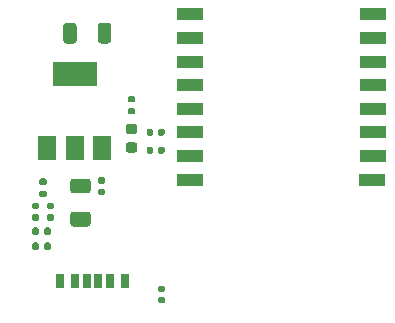
<source format=gbr>
%TF.GenerationSoftware,KiCad,Pcbnew,5.1.10*%
%TF.CreationDate,2021-05-31T03:58:19-05:00*%
%TF.ProjectId,airsensor,61697273-656e-4736-9f72-2e6b69636164,rev?*%
%TF.SameCoordinates,Original*%
%TF.FileFunction,Paste,Top*%
%TF.FilePolarity,Positive*%
%FSLAX46Y46*%
G04 Gerber Fmt 4.6, Leading zero omitted, Abs format (unit mm)*
G04 Created by KiCad (PCBNEW 5.1.10) date 2021-05-31 03:58:19*
%MOMM*%
%LPD*%
G01*
G04 APERTURE LIST*
%ADD10R,0.800000X1.200000*%
%ADD11R,0.760000X1.200000*%
%ADD12R,0.700000X1.200000*%
%ADD13R,1.500000X2.000000*%
%ADD14R,3.800000X2.000000*%
%ADD15R,2.200000X1.100000*%
%ADD16R,2.300000X1.100000*%
G04 APERTURE END LIST*
D10*
%TO.C,J1*%
X138728000Y-157672000D03*
X144228000Y-157672000D03*
D11*
X142998000Y-157672000D03*
X139958000Y-157672000D03*
D12*
X140978000Y-157672000D03*
X141978000Y-157672000D03*
%TD*%
D13*
%TO.C,U1*%
X137654000Y-146406000D03*
X142254000Y-146406000D03*
X139954000Y-146406000D03*
D14*
X139954000Y-140106000D03*
%TD*%
%TO.C,R5*%
G36*
G01*
X144965000Y-142508000D02*
X144595000Y-142508000D01*
G75*
G02*
X144460000Y-142373000I0J135000D01*
G01*
X144460000Y-142103000D01*
G75*
G02*
X144595000Y-141968000I135000J0D01*
G01*
X144965000Y-141968000D01*
G75*
G02*
X145100000Y-142103000I0J-135000D01*
G01*
X145100000Y-142373000D01*
G75*
G02*
X144965000Y-142508000I-135000J0D01*
G01*
G37*
G36*
G01*
X144965000Y-143528000D02*
X144595000Y-143528000D01*
G75*
G02*
X144460000Y-143393000I0J135000D01*
G01*
X144460000Y-143123000D01*
G75*
G02*
X144595000Y-142988000I135000J0D01*
G01*
X144965000Y-142988000D01*
G75*
G02*
X145100000Y-143123000I0J-135000D01*
G01*
X145100000Y-143393000D01*
G75*
G02*
X144965000Y-143528000I-135000J0D01*
G01*
G37*
%TD*%
%TO.C,R4*%
G36*
G01*
X141931500Y-137277001D02*
X141931500Y-136026999D01*
G75*
G02*
X142181499Y-135777000I249999J0D01*
G01*
X142806501Y-135777000D01*
G75*
G02*
X143056500Y-136026999I0J-249999D01*
G01*
X143056500Y-137277001D01*
G75*
G02*
X142806501Y-137527000I-249999J0D01*
G01*
X142181499Y-137527000D01*
G75*
G02*
X141931500Y-137277001I0J249999D01*
G01*
G37*
G36*
G01*
X139006500Y-137277001D02*
X139006500Y-136026999D01*
G75*
G02*
X139256499Y-135777000I249999J0D01*
G01*
X139881501Y-135777000D01*
G75*
G02*
X140131500Y-136026999I0J-249999D01*
G01*
X140131500Y-137277001D01*
G75*
G02*
X139881501Y-137527000I-249999J0D01*
G01*
X139256499Y-137527000D01*
G75*
G02*
X139006500Y-137277001I0J249999D01*
G01*
G37*
%TD*%
%TO.C,R3*%
G36*
G01*
X137102000Y-149973000D02*
X137472000Y-149973000D01*
G75*
G02*
X137607000Y-150108000I0J-135000D01*
G01*
X137607000Y-150378000D01*
G75*
G02*
X137472000Y-150513000I-135000J0D01*
G01*
X137102000Y-150513000D01*
G75*
G02*
X136967000Y-150378000I0J135000D01*
G01*
X136967000Y-150108000D01*
G75*
G02*
X137102000Y-149973000I135000J0D01*
G01*
G37*
G36*
G01*
X137102000Y-148953000D02*
X137472000Y-148953000D01*
G75*
G02*
X137607000Y-149088000I0J-135000D01*
G01*
X137607000Y-149358000D01*
G75*
G02*
X137472000Y-149493000I-135000J0D01*
G01*
X137102000Y-149493000D01*
G75*
G02*
X136967000Y-149358000I0J135000D01*
G01*
X136967000Y-149088000D01*
G75*
G02*
X137102000Y-148953000I135000J0D01*
G01*
G37*
%TD*%
%TO.C,R2*%
G36*
G01*
X137406000Y-153607000D02*
X137406000Y-153237000D01*
G75*
G02*
X137541000Y-153102000I135000J0D01*
G01*
X137811000Y-153102000D01*
G75*
G02*
X137946000Y-153237000I0J-135000D01*
G01*
X137946000Y-153607000D01*
G75*
G02*
X137811000Y-153742000I-135000J0D01*
G01*
X137541000Y-153742000D01*
G75*
G02*
X137406000Y-153607000I0J135000D01*
G01*
G37*
G36*
G01*
X136386000Y-153607000D02*
X136386000Y-153237000D01*
G75*
G02*
X136521000Y-153102000I135000J0D01*
G01*
X136791000Y-153102000D01*
G75*
G02*
X136926000Y-153237000I0J-135000D01*
G01*
X136926000Y-153607000D01*
G75*
G02*
X136791000Y-153742000I-135000J0D01*
G01*
X136521000Y-153742000D01*
G75*
G02*
X136386000Y-153607000I0J135000D01*
G01*
G37*
%TD*%
%TO.C,R1*%
G36*
G01*
X137400000Y-154871000D02*
X137400000Y-154501000D01*
G75*
G02*
X137535000Y-154366000I135000J0D01*
G01*
X137805000Y-154366000D01*
G75*
G02*
X137940000Y-154501000I0J-135000D01*
G01*
X137940000Y-154871000D01*
G75*
G02*
X137805000Y-155006000I-135000J0D01*
G01*
X137535000Y-155006000D01*
G75*
G02*
X137400000Y-154871000I0J135000D01*
G01*
G37*
G36*
G01*
X136380000Y-154871000D02*
X136380000Y-154501000D01*
G75*
G02*
X136515000Y-154366000I135000J0D01*
G01*
X136785000Y-154366000D01*
G75*
G02*
X136920000Y-154501000I0J-135000D01*
G01*
X136920000Y-154871000D01*
G75*
G02*
X136785000Y-155006000I-135000J0D01*
G01*
X136515000Y-155006000D01*
G75*
G02*
X136380000Y-154871000I0J135000D01*
G01*
G37*
%TD*%
%TO.C,F1*%
G36*
G01*
X139837000Y-151775000D02*
X141087000Y-151775000D01*
G75*
G02*
X141337000Y-152025000I0J-250000D01*
G01*
X141337000Y-152775000D01*
G75*
G02*
X141087000Y-153025000I-250000J0D01*
G01*
X139837000Y-153025000D01*
G75*
G02*
X139587000Y-152775000I0J250000D01*
G01*
X139587000Y-152025000D01*
G75*
G02*
X139837000Y-151775000I250000J0D01*
G01*
G37*
G36*
G01*
X139837000Y-148975000D02*
X141087000Y-148975000D01*
G75*
G02*
X141337000Y-149225000I0J-250000D01*
G01*
X141337000Y-149975000D01*
G75*
G02*
X141087000Y-150225000I-250000J0D01*
G01*
X139837000Y-150225000D01*
G75*
G02*
X139587000Y-149975000I0J250000D01*
G01*
X139587000Y-149225000D01*
G75*
G02*
X139837000Y-148975000I250000J0D01*
G01*
G37*
%TD*%
%TO.C,D1*%
G36*
G01*
X145036250Y-145192000D02*
X144523750Y-145192000D01*
G75*
G02*
X144305000Y-144973250I0J218750D01*
G01*
X144305000Y-144535750D01*
G75*
G02*
X144523750Y-144317000I218750J0D01*
G01*
X145036250Y-144317000D01*
G75*
G02*
X145255000Y-144535750I0J-218750D01*
G01*
X145255000Y-144973250D01*
G75*
G02*
X145036250Y-145192000I-218750J0D01*
G01*
G37*
G36*
G01*
X145036250Y-146767000D02*
X144523750Y-146767000D01*
G75*
G02*
X144305000Y-146548250I0J218750D01*
G01*
X144305000Y-146110750D01*
G75*
G02*
X144523750Y-145892000I218750J0D01*
G01*
X145036250Y-145892000D01*
G75*
G02*
X145255000Y-146110750I0J-218750D01*
G01*
X145255000Y-146548250D01*
G75*
G02*
X145036250Y-146767000I-218750J0D01*
G01*
G37*
%TD*%
%TO.C,C6*%
G36*
G01*
X147150000Y-158978000D02*
X147490000Y-158978000D01*
G75*
G02*
X147630000Y-159118000I0J-140000D01*
G01*
X147630000Y-159398000D01*
G75*
G02*
X147490000Y-159538000I-140000J0D01*
G01*
X147150000Y-159538000D01*
G75*
G02*
X147010000Y-159398000I0J140000D01*
G01*
X147010000Y-159118000D01*
G75*
G02*
X147150000Y-158978000I140000J0D01*
G01*
G37*
G36*
G01*
X147150000Y-158018000D02*
X147490000Y-158018000D01*
G75*
G02*
X147630000Y-158158000I0J-140000D01*
G01*
X147630000Y-158438000D01*
G75*
G02*
X147490000Y-158578000I-140000J0D01*
G01*
X147150000Y-158578000D01*
G75*
G02*
X147010000Y-158438000I0J140000D01*
G01*
X147010000Y-158158000D01*
G75*
G02*
X147150000Y-158018000I140000J0D01*
G01*
G37*
%TD*%
%TO.C,C5*%
G36*
G01*
X147012000Y-146728000D02*
X147012000Y-146388000D01*
G75*
G02*
X147152000Y-146248000I140000J0D01*
G01*
X147432000Y-146248000D01*
G75*
G02*
X147572000Y-146388000I0J-140000D01*
G01*
X147572000Y-146728000D01*
G75*
G02*
X147432000Y-146868000I-140000J0D01*
G01*
X147152000Y-146868000D01*
G75*
G02*
X147012000Y-146728000I0J140000D01*
G01*
G37*
G36*
G01*
X146052000Y-146728000D02*
X146052000Y-146388000D01*
G75*
G02*
X146192000Y-146248000I140000J0D01*
G01*
X146472000Y-146248000D01*
G75*
G02*
X146612000Y-146388000I0J-140000D01*
G01*
X146612000Y-146728000D01*
G75*
G02*
X146472000Y-146868000I-140000J0D01*
G01*
X146192000Y-146868000D01*
G75*
G02*
X146052000Y-146728000I0J140000D01*
G01*
G37*
%TD*%
%TO.C,C4*%
G36*
G01*
X147012000Y-145204000D02*
X147012000Y-144864000D01*
G75*
G02*
X147152000Y-144724000I140000J0D01*
G01*
X147432000Y-144724000D01*
G75*
G02*
X147572000Y-144864000I0J-140000D01*
G01*
X147572000Y-145204000D01*
G75*
G02*
X147432000Y-145344000I-140000J0D01*
G01*
X147152000Y-145344000D01*
G75*
G02*
X147012000Y-145204000I0J140000D01*
G01*
G37*
G36*
G01*
X146052000Y-145204000D02*
X146052000Y-144864000D01*
G75*
G02*
X146192000Y-144724000I140000J0D01*
G01*
X146472000Y-144724000D01*
G75*
G02*
X146612000Y-144864000I0J-140000D01*
G01*
X146612000Y-145204000D01*
G75*
G02*
X146472000Y-145344000I-140000J0D01*
G01*
X146192000Y-145344000D01*
G75*
G02*
X146052000Y-145204000I0J140000D01*
G01*
G37*
%TD*%
%TO.C,C3*%
G36*
G01*
X136482000Y-151965000D02*
X136822000Y-151965000D01*
G75*
G02*
X136962000Y-152105000I0J-140000D01*
G01*
X136962000Y-152385000D01*
G75*
G02*
X136822000Y-152525000I-140000J0D01*
G01*
X136482000Y-152525000D01*
G75*
G02*
X136342000Y-152385000I0J140000D01*
G01*
X136342000Y-152105000D01*
G75*
G02*
X136482000Y-151965000I140000J0D01*
G01*
G37*
G36*
G01*
X136482000Y-151005000D02*
X136822000Y-151005000D01*
G75*
G02*
X136962000Y-151145000I0J-140000D01*
G01*
X136962000Y-151425000D01*
G75*
G02*
X136822000Y-151565000I-140000J0D01*
G01*
X136482000Y-151565000D01*
G75*
G02*
X136342000Y-151425000I0J140000D01*
G01*
X136342000Y-151145000D01*
G75*
G02*
X136482000Y-151005000I140000J0D01*
G01*
G37*
%TD*%
%TO.C,C2*%
G36*
G01*
X137752000Y-151965000D02*
X138092000Y-151965000D01*
G75*
G02*
X138232000Y-152105000I0J-140000D01*
G01*
X138232000Y-152385000D01*
G75*
G02*
X138092000Y-152525000I-140000J0D01*
G01*
X137752000Y-152525000D01*
G75*
G02*
X137612000Y-152385000I0J140000D01*
G01*
X137612000Y-152105000D01*
G75*
G02*
X137752000Y-151965000I140000J0D01*
G01*
G37*
G36*
G01*
X137752000Y-151005000D02*
X138092000Y-151005000D01*
G75*
G02*
X138232000Y-151145000I0J-140000D01*
G01*
X138232000Y-151425000D01*
G75*
G02*
X138092000Y-151565000I-140000J0D01*
G01*
X137752000Y-151565000D01*
G75*
G02*
X137612000Y-151425000I0J140000D01*
G01*
X137612000Y-151145000D01*
G75*
G02*
X137752000Y-151005000I140000J0D01*
G01*
G37*
%TD*%
%TO.C,C1*%
G36*
G01*
X142070000Y-149806000D02*
X142410000Y-149806000D01*
G75*
G02*
X142550000Y-149946000I0J-140000D01*
G01*
X142550000Y-150226000D01*
G75*
G02*
X142410000Y-150366000I-140000J0D01*
G01*
X142070000Y-150366000D01*
G75*
G02*
X141930000Y-150226000I0J140000D01*
G01*
X141930000Y-149946000D01*
G75*
G02*
X142070000Y-149806000I140000J0D01*
G01*
G37*
G36*
G01*
X142070000Y-148846000D02*
X142410000Y-148846000D01*
G75*
G02*
X142550000Y-148986000I0J-140000D01*
G01*
X142550000Y-149266000D01*
G75*
G02*
X142410000Y-149406000I-140000J0D01*
G01*
X142070000Y-149406000D01*
G75*
G02*
X141930000Y-149266000I0J140000D01*
G01*
X141930000Y-148986000D01*
G75*
G02*
X142070000Y-148846000I140000J0D01*
G01*
G37*
%TD*%
D15*
%TO.C,U2*%
X165230000Y-135057000D03*
X165230000Y-137057000D03*
X165230000Y-139057000D03*
X165230000Y-141057000D03*
X165230000Y-143057000D03*
X165230000Y-145057000D03*
X165230000Y-147057000D03*
D16*
X165180000Y-149057000D03*
D15*
X149730000Y-149057000D03*
X149730000Y-147057000D03*
X149730000Y-145057000D03*
X149730000Y-143057000D03*
X149730000Y-141057000D03*
X149730000Y-139057000D03*
X149730000Y-137057000D03*
X149730000Y-135057000D03*
%TD*%
M02*

</source>
